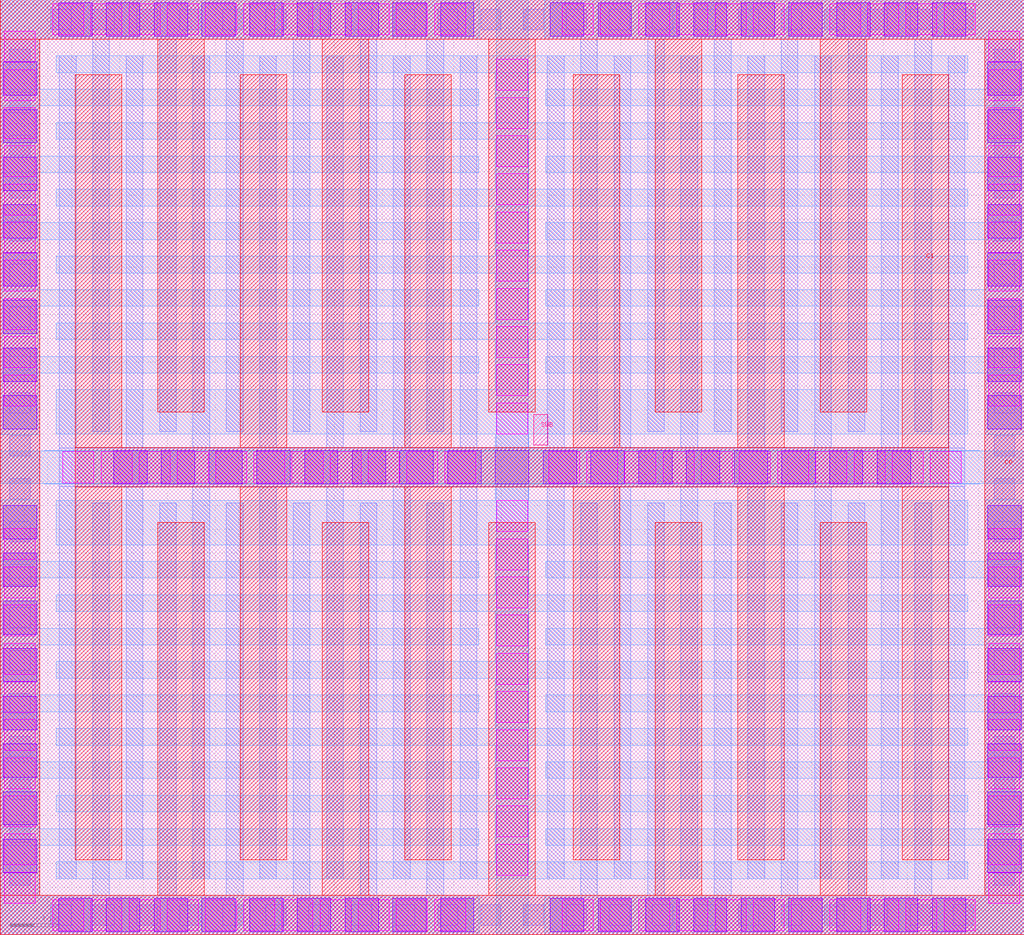
<source format=lef>
# Copyright 2020 The SkyWater PDK Authors
#
# Licensed under the Apache License, Version 2.0 (the "License");
# you may not use this file except in compliance with the License.
# You may obtain a copy of the License at
#
#     https://www.apache.org/licenses/LICENSE-2.0
#
# Unless required by applicable law or agreed to in writing, software
# distributed under the License is distributed on an "AS IS" BASIS,
# WITHOUT WARRANTIES OR CONDITIONS OF ANY KIND, either express or implied.
# See the License for the specific language governing permissions and
# limitations under the License.
#
# SPDX-License-Identifier: Apache-2.0

VERSION 5.7 ;
  NOWIREEXTENSIONATPIN ON ;
  DIVIDERCHAR "/" ;
  BUSBITCHARS "[]" ;
MACRO sky130_fd_pr__cap_vpp_08p6x07p8_m1m2m3_shieldl1
  CLASS BLOCK ;
  FOREIGN sky130_fd_pr__cap_vpp_08p6x07p8_m1m2m3_shieldl1 ;
  ORIGIN  0.000000  0.000000 ;
  SIZE  8.580000 BY  7.840000 ;
  PIN C0
    PORT
      LAYER met3 ;
        RECT 0.000000 0.000000 8.580000 0.330000 ;
        RECT 0.000000 0.330000 0.330000 7.510000 ;
        RECT 0.000000 7.510000 8.580000 7.840000 ;
        RECT 1.320000 0.330000 1.710000 3.455000 ;
        RECT 1.320000 4.385000 1.710000 7.510000 ;
        RECT 2.700000 0.330000 3.090000 3.455000 ;
        RECT 2.700000 4.385000 3.090000 7.510000 ;
        RECT 4.095000 0.330000 4.485000 3.455000 ;
        RECT 4.095000 4.385000 4.485000 7.510000 ;
        RECT 5.490000 0.330000 5.880000 3.455000 ;
        RECT 5.490000 4.385000 5.880000 7.510000 ;
        RECT 6.870000 0.330000 7.260000 3.455000 ;
        RECT 6.870000 4.385000 7.260000 7.510000 ;
        RECT 8.250000 0.330000 8.580000 7.510000 ;
    END
  END C0
  PIN C1
    PORT
      LAYER met3 ;
        RECT 0.630000 0.630000 1.020000 3.755000 ;
        RECT 0.630000 3.755000 7.950000 4.085000 ;
        RECT 0.630000 4.085000 1.020000 7.210000 ;
        RECT 2.010000 0.630000 2.400000 3.755000 ;
        RECT 2.010000 4.085000 2.400000 7.210000 ;
        RECT 3.390000 0.630000 3.780000 3.755000 ;
        RECT 3.390000 4.085000 3.780000 7.210000 ;
        RECT 4.800000 0.630000 5.190000 3.755000 ;
        RECT 4.800000 4.085000 5.190000 7.210000 ;
        RECT 6.180000 0.630000 6.570000 3.755000 ;
        RECT 6.180000 4.085000 6.570000 7.210000 ;
        RECT 7.560000 0.630000 7.950000 3.755000 ;
        RECT 7.560000 4.085000 7.950000 7.210000 ;
    END
  END C1
  PIN SUB
    PORT
      LAYER pwell ;
        RECT 4.470000 4.105000 4.590000 4.360000 ;
    END
  END SUB
  OBS
    LAYER li1 ;
      RECT 0.000000 0.000000 8.580000 7.840000 ;
    LAYER mcon ;
      RECT 0.080000 0.415000 0.250000 0.585000 ;
      RECT 0.080000 0.775000 0.250000 0.945000 ;
      RECT 0.080000 1.135000 0.250000 1.305000 ;
      RECT 0.080000 1.495000 0.250000 1.665000 ;
      RECT 0.080000 1.855000 0.250000 2.025000 ;
      RECT 0.080000 2.215000 0.250000 2.385000 ;
      RECT 0.080000 2.575000 0.250000 2.745000 ;
      RECT 0.080000 2.935000 0.250000 3.105000 ;
      RECT 0.080000 3.295000 0.250000 3.465000 ;
      RECT 0.080000 3.655000 0.250000 3.825000 ;
      RECT 0.080000 4.015000 0.250000 4.185000 ;
      RECT 0.080000 4.375000 0.250000 4.545000 ;
      RECT 0.080000 4.735000 0.250000 4.905000 ;
      RECT 0.080000 5.095000 0.250000 5.265000 ;
      RECT 0.080000 5.455000 0.250000 5.625000 ;
      RECT 0.080000 5.815000 0.250000 5.985000 ;
      RECT 0.080000 6.175000 0.250000 6.345000 ;
      RECT 0.080000 6.535000 0.250000 6.705000 ;
      RECT 0.080000 6.895000 0.250000 7.065000 ;
      RECT 0.080000 7.255000 0.250000 7.425000 ;
      RECT 0.425000 0.080000 0.595000 0.250000 ;
      RECT 0.425000 7.590000 0.595000 7.760000 ;
      RECT 0.785000 0.080000 0.955000 0.250000 ;
      RECT 0.785000 7.590000 0.955000 7.760000 ;
      RECT 1.145000 0.080000 1.315000 0.250000 ;
      RECT 1.145000 7.590000 1.315000 7.760000 ;
      RECT 1.505000 0.080000 1.675000 0.250000 ;
      RECT 1.505000 7.590000 1.675000 7.760000 ;
      RECT 1.865000 0.080000 2.035000 0.250000 ;
      RECT 1.865000 7.590000 2.035000 7.760000 ;
      RECT 2.225000 0.080000 2.395000 0.250000 ;
      RECT 2.225000 7.590000 2.395000 7.760000 ;
      RECT 2.585000 0.080000 2.755000 0.250000 ;
      RECT 2.585000 7.590000 2.755000 7.760000 ;
      RECT 2.945000 0.080000 3.115000 0.250000 ;
      RECT 2.945000 7.590000 3.115000 7.760000 ;
      RECT 3.305000 0.080000 3.475000 0.250000 ;
      RECT 3.305000 7.590000 3.475000 7.760000 ;
      RECT 3.665000 0.080000 3.835000 0.250000 ;
      RECT 3.665000 7.590000 3.835000 7.760000 ;
      RECT 4.025000 0.080000 4.195000 0.250000 ;
      RECT 4.025000 7.590000 4.195000 7.760000 ;
      RECT 4.385000 0.080000 4.555000 0.250000 ;
      RECT 4.385000 7.590000 4.555000 7.760000 ;
      RECT 4.745000 0.080000 4.915000 0.250000 ;
      RECT 4.745000 7.590000 4.915000 7.760000 ;
      RECT 5.105000 0.080000 5.275000 0.250000 ;
      RECT 5.105000 7.590000 5.275000 7.760000 ;
      RECT 5.465000 0.080000 5.635000 0.250000 ;
      RECT 5.465000 7.590000 5.635000 7.760000 ;
      RECT 5.825000 0.080000 5.995000 0.250000 ;
      RECT 5.825000 7.590000 5.995000 7.760000 ;
      RECT 6.185000 0.080000 6.355000 0.250000 ;
      RECT 6.185000 7.590000 6.355000 7.760000 ;
      RECT 6.545000 0.080000 6.715000 0.250000 ;
      RECT 6.545000 7.590000 6.715000 7.760000 ;
      RECT 6.905000 0.080000 7.075000 0.250000 ;
      RECT 6.905000 7.590000 7.075000 7.760000 ;
      RECT 7.265000 0.080000 7.435000 0.250000 ;
      RECT 7.265000 7.590000 7.435000 7.760000 ;
      RECT 7.625000 0.080000 7.795000 0.250000 ;
      RECT 7.625000 7.590000 7.795000 7.760000 ;
      RECT 7.985000 0.080000 8.155000 0.250000 ;
      RECT 7.985000 7.590000 8.155000 7.760000 ;
      RECT 8.330000 0.415000 8.500000 0.585000 ;
      RECT 8.330000 0.775000 8.500000 0.945000 ;
      RECT 8.330000 1.135000 8.500000 1.305000 ;
      RECT 8.330000 1.495000 8.500000 1.665000 ;
      RECT 8.330000 1.855000 8.500000 2.025000 ;
      RECT 8.330000 2.215000 8.500000 2.385000 ;
      RECT 8.330000 2.575000 8.500000 2.745000 ;
      RECT 8.330000 2.935000 8.500000 3.105000 ;
      RECT 8.330000 3.295000 8.500000 3.465000 ;
      RECT 8.330000 3.655000 8.500000 3.825000 ;
      RECT 8.330000 4.015000 8.500000 4.185000 ;
      RECT 8.330000 4.375000 8.500000 4.545000 ;
      RECT 8.330000 4.735000 8.500000 4.905000 ;
      RECT 8.330000 5.095000 8.500000 5.265000 ;
      RECT 8.330000 5.455000 8.500000 5.625000 ;
      RECT 8.330000 5.815000 8.500000 5.985000 ;
      RECT 8.330000 6.175000 8.500000 6.345000 ;
      RECT 8.330000 6.535000 8.500000 6.705000 ;
      RECT 8.330000 6.895000 8.500000 7.065000 ;
      RECT 8.330000 7.255000 8.500000 7.425000 ;
    LAYER met1 ;
      RECT 0.000000 0.000000 8.580000 0.330000 ;
      RECT 0.000000 0.330000 0.330000 7.510000 ;
      RECT 0.000000 7.510000 8.580000 7.840000 ;
      RECT 0.495000 0.470000 0.635000 3.760000 ;
      RECT 0.495000 3.760000 8.085000 4.080000 ;
      RECT 0.495000 4.080000 0.635000 7.370000 ;
      RECT 0.775000 0.330000 0.915000 3.620000 ;
      RECT 0.775000 4.220000 0.915000 7.510000 ;
      RECT 1.055000 0.470000 1.195000 3.760000 ;
      RECT 1.055000 4.080000 1.195000 7.370000 ;
      RECT 1.335000 0.330000 1.475000 3.620000 ;
      RECT 1.335000 4.220000 1.475000 7.510000 ;
      RECT 1.615000 0.470000 1.755000 3.760000 ;
      RECT 1.615000 4.080000 1.755000 7.370000 ;
      RECT 1.895000 0.330000 2.035000 3.620000 ;
      RECT 1.895000 4.220000 2.035000 7.510000 ;
      RECT 2.175000 0.470000 2.315000 3.760000 ;
      RECT 2.175000 4.080000 2.315000 7.370000 ;
      RECT 2.455000 0.330000 2.595000 3.620000 ;
      RECT 2.455000 4.220000 2.595000 7.510000 ;
      RECT 2.735000 0.470000 2.875000 3.760000 ;
      RECT 2.735000 4.080000 2.875000 7.370000 ;
      RECT 3.015000 0.330000 3.155000 3.620000 ;
      RECT 3.015000 4.220000 3.155000 7.510000 ;
      RECT 3.295000 0.470000 3.435000 3.760000 ;
      RECT 3.295000 4.080000 3.435000 7.370000 ;
      RECT 3.575000 0.330000 3.715000 3.620000 ;
      RECT 3.575000 4.220000 3.715000 7.510000 ;
      RECT 3.855000 0.470000 3.995000 3.760000 ;
      RECT 3.855000 4.080000 3.995000 7.370000 ;
      RECT 4.155000 0.470000 4.425000 3.760000 ;
      RECT 4.155000 4.080000 4.425000 7.370000 ;
      RECT 4.585000 0.470000 4.725000 3.760000 ;
      RECT 4.585000 4.080000 4.725000 7.370000 ;
      RECT 4.865000 0.330000 5.005000 3.620000 ;
      RECT 4.865000 4.220000 5.005000 7.510000 ;
      RECT 5.145000 0.470000 5.285000 3.760000 ;
      RECT 5.145000 4.080000 5.285000 7.370000 ;
      RECT 5.425000 0.330000 5.565000 3.620000 ;
      RECT 5.425000 4.220000 5.565000 7.510000 ;
      RECT 5.705000 0.470000 5.845000 3.760000 ;
      RECT 5.705000 4.080000 5.845000 7.370000 ;
      RECT 5.985000 0.330000 6.125000 3.620000 ;
      RECT 5.985000 4.220000 6.125000 7.510000 ;
      RECT 6.265000 0.470000 6.405000 3.760000 ;
      RECT 6.265000 4.080000 6.405000 7.370000 ;
      RECT 6.545000 0.330000 6.685000 3.620000 ;
      RECT 6.545000 4.220000 6.685000 7.510000 ;
      RECT 6.825000 0.470000 6.965000 3.760000 ;
      RECT 6.825000 4.080000 6.965000 7.370000 ;
      RECT 7.105000 0.330000 7.245000 3.620000 ;
      RECT 7.105000 4.220000 7.245000 7.510000 ;
      RECT 7.385000 0.470000 7.525000 3.760000 ;
      RECT 7.385000 4.080000 7.525000 7.370000 ;
      RECT 7.665000 0.330000 7.805000 3.620000 ;
      RECT 7.665000 4.220000 7.805000 7.510000 ;
      RECT 7.945000 0.470000 8.085000 3.760000 ;
      RECT 7.945000 4.080000 8.085000 7.370000 ;
      RECT 8.250000 0.330000 8.580000 7.510000 ;
    LAYER met2 ;
      RECT 0.000000 0.000000 4.015000 0.330000 ;
      RECT 0.000000 0.330000 0.330000 0.750000 ;
      RECT 0.000000 0.750000 4.010000 0.890000 ;
      RECT 0.000000 0.890000 0.330000 1.310000 ;
      RECT 0.000000 1.310000 4.010000 1.450000 ;
      RECT 0.000000 1.450000 0.330000 1.870000 ;
      RECT 0.000000 1.870000 4.010000 2.010000 ;
      RECT 0.000000 2.010000 0.330000 2.430000 ;
      RECT 0.000000 2.430000 4.010000 2.570000 ;
      RECT 0.000000 2.570000 0.330000 2.990000 ;
      RECT 0.000000 2.990000 4.010000 3.130000 ;
      RECT 0.000000 3.130000 0.330000 3.645000 ;
      RECT 0.000000 3.785000 8.580000 4.055000 ;
      RECT 0.000000 4.195000 0.330000 4.710000 ;
      RECT 0.000000 4.710000 4.010000 4.850000 ;
      RECT 0.000000 4.850000 0.330000 5.270000 ;
      RECT 0.000000 5.270000 4.010000 5.410000 ;
      RECT 0.000000 5.410000 0.330000 5.830000 ;
      RECT 0.000000 5.830000 4.010000 5.970000 ;
      RECT 0.000000 5.970000 0.330000 6.390000 ;
      RECT 0.000000 6.390000 4.010000 6.530000 ;
      RECT 0.000000 6.530000 0.330000 6.950000 ;
      RECT 0.000000 6.950000 4.010000 7.090000 ;
      RECT 0.000000 7.090000 0.330000 7.510000 ;
      RECT 0.000000 7.510000 4.015000 7.840000 ;
      RECT 0.370000 3.780000 8.210000 3.785000 ;
      RECT 0.370000 4.055000 8.210000 4.060000 ;
      RECT 0.470000 0.470000 8.110000 0.610000 ;
      RECT 0.470000 1.030000 8.110000 1.170000 ;
      RECT 0.470000 1.590000 8.110000 1.730000 ;
      RECT 0.470000 2.150000 8.110000 2.290000 ;
      RECT 0.470000 2.710000 8.110000 2.850000 ;
      RECT 0.470000 3.270000 8.110000 3.640000 ;
      RECT 0.470000 4.200000 8.110000 4.570000 ;
      RECT 0.470000 4.990000 8.110000 5.130000 ;
      RECT 0.470000 5.550000 8.110000 5.690000 ;
      RECT 0.470000 6.110000 8.110000 6.250000 ;
      RECT 0.470000 6.670000 8.110000 6.810000 ;
      RECT 0.470000 7.230000 8.110000 7.370000 ;
      RECT 4.150000 0.610000 4.430000 1.030000 ;
      RECT 4.150000 1.170000 4.430000 1.590000 ;
      RECT 4.150000 1.730000 4.430000 2.150000 ;
      RECT 4.150000 2.290000 4.430000 2.710000 ;
      RECT 4.150000 2.850000 4.430000 3.270000 ;
      RECT 4.150000 3.640000 4.430000 3.780000 ;
      RECT 4.150000 4.060000 4.430000 4.200000 ;
      RECT 4.150000 4.570000 4.430000 4.990000 ;
      RECT 4.150000 5.130000 4.430000 5.550000 ;
      RECT 4.150000 5.690000 4.430000 6.110000 ;
      RECT 4.150000 6.250000 4.430000 6.670000 ;
      RECT 4.150000 6.810000 4.430000 7.230000 ;
      RECT 4.155000 0.000000 4.425000 0.470000 ;
      RECT 4.155000 7.370000 4.425000 7.840000 ;
      RECT 4.565000 0.000000 8.580000 0.330000 ;
      RECT 4.565000 7.510000 8.580000 7.840000 ;
      RECT 4.570000 0.750000 8.580000 0.890000 ;
      RECT 4.570000 1.310000 8.580000 1.450000 ;
      RECT 4.570000 1.870000 8.580000 2.010000 ;
      RECT 4.570000 2.430000 8.580000 2.570000 ;
      RECT 4.570000 2.990000 8.580000 3.130000 ;
      RECT 4.570000 4.710000 8.580000 4.850000 ;
      RECT 4.570000 5.270000 8.580000 5.410000 ;
      RECT 4.570000 5.830000 8.580000 5.970000 ;
      RECT 4.570000 6.390000 8.580000 6.530000 ;
      RECT 4.570000 6.950000 8.580000 7.090000 ;
      RECT 8.250000 0.330000 8.580000 0.750000 ;
      RECT 8.250000 0.890000 8.580000 1.310000 ;
      RECT 8.250000 1.450000 8.580000 1.870000 ;
      RECT 8.250000 2.010000 8.580000 2.430000 ;
      RECT 8.250000 2.570000 8.580000 2.990000 ;
      RECT 8.250000 3.130000 8.580000 3.645000 ;
      RECT 8.250000 4.195000 8.580000 4.710000 ;
      RECT 8.250000 4.850000 8.580000 5.270000 ;
      RECT 8.250000 5.410000 8.580000 5.830000 ;
      RECT 8.250000 5.970000 8.580000 6.390000 ;
      RECT 8.250000 6.530000 8.580000 6.950000 ;
      RECT 8.250000 7.090000 8.580000 7.510000 ;
    LAYER via ;
      RECT 0.035000 0.265000 0.295000 0.525000 ;
      RECT 0.035000 0.585000 0.295000 0.845000 ;
      RECT 0.035000 0.905000 0.295000 1.165000 ;
      RECT 0.035000 1.225000 0.295000 1.485000 ;
      RECT 0.035000 1.545000 0.295000 1.805000 ;
      RECT 0.035000 1.865000 0.295000 2.125000 ;
      RECT 0.035000 2.185000 0.295000 2.445000 ;
      RECT 0.035000 2.505000 0.295000 2.765000 ;
      RECT 0.035000 2.825000 0.295000 3.085000 ;
      RECT 0.035000 3.145000 0.295000 3.405000 ;
      RECT 0.035000 4.435000 0.295000 4.695000 ;
      RECT 0.035000 4.755000 0.295000 5.015000 ;
      RECT 0.035000 5.075000 0.295000 5.335000 ;
      RECT 0.035000 5.395000 0.295000 5.655000 ;
      RECT 0.035000 5.715000 0.295000 5.975000 ;
      RECT 0.035000 6.035000 0.295000 6.295000 ;
      RECT 0.035000 6.355000 0.295000 6.615000 ;
      RECT 0.035000 6.675000 0.295000 6.935000 ;
      RECT 0.035000 6.995000 0.295000 7.255000 ;
      RECT 0.035000 7.315000 0.295000 7.575000 ;
      RECT 0.440000 0.035000 0.700000 0.295000 ;
      RECT 0.440000 7.545000 0.700000 7.805000 ;
      RECT 0.525000 3.790000 0.785000 4.050000 ;
      RECT 0.760000 0.035000 1.020000 0.295000 ;
      RECT 0.760000 7.545000 1.020000 7.805000 ;
      RECT 0.845000 3.790000 1.105000 4.050000 ;
      RECT 1.080000 0.035000 1.340000 0.295000 ;
      RECT 1.080000 7.545000 1.340000 7.805000 ;
      RECT 1.165000 3.790000 1.425000 4.050000 ;
      RECT 1.400000 0.035000 1.660000 0.295000 ;
      RECT 1.400000 7.545000 1.660000 7.805000 ;
      RECT 1.485000 3.790000 1.745000 4.050000 ;
      RECT 1.720000 0.035000 1.980000 0.295000 ;
      RECT 1.720000 7.545000 1.980000 7.805000 ;
      RECT 1.805000 3.790000 2.065000 4.050000 ;
      RECT 2.040000 0.035000 2.300000 0.295000 ;
      RECT 2.040000 7.545000 2.300000 7.805000 ;
      RECT 2.125000 3.790000 2.385000 4.050000 ;
      RECT 2.360000 0.035000 2.620000 0.295000 ;
      RECT 2.360000 7.545000 2.620000 7.805000 ;
      RECT 2.445000 3.790000 2.705000 4.050000 ;
      RECT 2.680000 0.035000 2.940000 0.295000 ;
      RECT 2.680000 7.545000 2.940000 7.805000 ;
      RECT 2.765000 3.790000 3.025000 4.050000 ;
      RECT 3.000000 0.035000 3.260000 0.295000 ;
      RECT 3.000000 7.545000 3.260000 7.805000 ;
      RECT 3.085000 3.790000 3.345000 4.050000 ;
      RECT 3.320000 0.035000 3.580000 0.295000 ;
      RECT 3.320000 7.545000 3.580000 7.805000 ;
      RECT 3.405000 3.790000 3.665000 4.050000 ;
      RECT 3.640000 0.035000 3.900000 0.295000 ;
      RECT 3.640000 7.545000 3.900000 7.805000 ;
      RECT 3.725000 3.790000 3.985000 4.050000 ;
      RECT 4.160000 0.500000 4.420000 0.760000 ;
      RECT 4.160000 0.820000 4.420000 1.080000 ;
      RECT 4.160000 1.140000 4.420000 1.400000 ;
      RECT 4.160000 1.460000 4.420000 1.720000 ;
      RECT 4.160000 1.780000 4.420000 2.040000 ;
      RECT 4.160000 2.100000 4.420000 2.360000 ;
      RECT 4.160000 2.420000 4.420000 2.680000 ;
      RECT 4.160000 2.740000 4.420000 3.000000 ;
      RECT 4.160000 3.060000 4.420000 3.320000 ;
      RECT 4.160000 3.380000 4.420000 3.640000 ;
      RECT 4.160000 4.200000 4.420000 4.460000 ;
      RECT 4.160000 4.520000 4.420000 4.780000 ;
      RECT 4.160000 4.840000 4.420000 5.100000 ;
      RECT 4.160000 5.160000 4.420000 5.420000 ;
      RECT 4.160000 5.480000 4.420000 5.740000 ;
      RECT 4.160000 5.800000 4.420000 6.060000 ;
      RECT 4.160000 6.120000 4.420000 6.380000 ;
      RECT 4.160000 6.440000 4.420000 6.700000 ;
      RECT 4.160000 6.760000 4.420000 7.020000 ;
      RECT 4.160000 7.080000 4.420000 7.340000 ;
      RECT 4.595000 3.790000 4.855000 4.050000 ;
      RECT 4.710000 0.035000 4.970000 0.295000 ;
      RECT 4.710000 7.545000 4.970000 7.805000 ;
      RECT 4.915000 3.790000 5.175000 4.050000 ;
      RECT 5.030000 0.035000 5.290000 0.295000 ;
      RECT 5.030000 7.545000 5.290000 7.805000 ;
      RECT 5.235000 3.790000 5.495000 4.050000 ;
      RECT 5.350000 0.035000 5.610000 0.295000 ;
      RECT 5.350000 7.545000 5.610000 7.805000 ;
      RECT 5.555000 3.790000 5.815000 4.050000 ;
      RECT 5.670000 0.035000 5.930000 0.295000 ;
      RECT 5.670000 7.545000 5.930000 7.805000 ;
      RECT 5.875000 3.790000 6.135000 4.050000 ;
      RECT 5.990000 0.035000 6.250000 0.295000 ;
      RECT 5.990000 7.545000 6.250000 7.805000 ;
      RECT 6.195000 3.790000 6.455000 4.050000 ;
      RECT 6.310000 0.035000 6.570000 0.295000 ;
      RECT 6.310000 7.545000 6.570000 7.805000 ;
      RECT 6.515000 3.790000 6.775000 4.050000 ;
      RECT 6.630000 0.035000 6.890000 0.295000 ;
      RECT 6.630000 7.545000 6.890000 7.805000 ;
      RECT 6.835000 3.790000 7.095000 4.050000 ;
      RECT 6.950000 0.035000 7.210000 0.295000 ;
      RECT 6.950000 7.545000 7.210000 7.805000 ;
      RECT 7.155000 3.790000 7.415000 4.050000 ;
      RECT 7.270000 0.035000 7.530000 0.295000 ;
      RECT 7.270000 7.545000 7.530000 7.805000 ;
      RECT 7.475000 3.790000 7.735000 4.050000 ;
      RECT 7.590000 0.035000 7.850000 0.295000 ;
      RECT 7.590000 7.545000 7.850000 7.805000 ;
      RECT 7.795000 3.790000 8.055000 4.050000 ;
      RECT 7.910000 0.035000 8.170000 0.295000 ;
      RECT 7.910000 7.545000 8.170000 7.805000 ;
      RECT 8.285000 0.265000 8.545000 0.525000 ;
      RECT 8.285000 0.585000 8.545000 0.845000 ;
      RECT 8.285000 0.905000 8.545000 1.165000 ;
      RECT 8.285000 1.225000 8.545000 1.485000 ;
      RECT 8.285000 1.545000 8.545000 1.805000 ;
      RECT 8.285000 1.865000 8.545000 2.125000 ;
      RECT 8.285000 2.185000 8.545000 2.445000 ;
      RECT 8.285000 2.505000 8.545000 2.765000 ;
      RECT 8.285000 2.825000 8.545000 3.085000 ;
      RECT 8.285000 3.145000 8.545000 3.405000 ;
      RECT 8.285000 4.435000 8.545000 4.695000 ;
      RECT 8.285000 4.755000 8.545000 5.015000 ;
      RECT 8.285000 5.075000 8.545000 5.335000 ;
      RECT 8.285000 5.395000 8.545000 5.655000 ;
      RECT 8.285000 5.715000 8.545000 5.975000 ;
      RECT 8.285000 6.035000 8.545000 6.295000 ;
      RECT 8.285000 6.355000 8.545000 6.615000 ;
      RECT 8.285000 6.675000 8.545000 6.935000 ;
      RECT 8.285000 6.995000 8.545000 7.255000 ;
      RECT 8.285000 7.315000 8.545000 7.575000 ;
    LAYER via2 ;
      RECT 0.025000 0.520000 0.305000 0.800000 ;
      RECT 0.025000 0.920000 0.305000 1.200000 ;
      RECT 0.025000 1.320000 0.305000 1.600000 ;
      RECT 0.025000 1.720000 0.305000 2.000000 ;
      RECT 0.025000 2.120000 0.305000 2.400000 ;
      RECT 0.025000 2.520000 0.305000 2.800000 ;
      RECT 0.025000 2.920000 0.305000 3.200000 ;
      RECT 0.025000 3.320000 0.305000 3.600000 ;
      RECT 0.025000 4.240000 0.305000 4.520000 ;
      RECT 0.025000 4.640000 0.305000 4.920000 ;
      RECT 0.025000 5.040000 0.305000 5.320000 ;
      RECT 0.025000 5.440000 0.305000 5.720000 ;
      RECT 0.025000 5.840000 0.305000 6.120000 ;
      RECT 0.025000 6.240000 0.305000 6.520000 ;
      RECT 0.025000 6.640000 0.305000 6.920000 ;
      RECT 0.025000 7.040000 0.305000 7.320000 ;
      RECT 0.490000 0.025000 0.770000 0.305000 ;
      RECT 0.490000 7.535000 0.770000 7.815000 ;
      RECT 0.890000 0.025000 1.170000 0.305000 ;
      RECT 0.890000 7.535000 1.170000 7.815000 ;
      RECT 0.950000 3.780000 1.230000 4.060000 ;
      RECT 1.290000 0.025000 1.570000 0.305000 ;
      RECT 1.290000 7.535000 1.570000 7.815000 ;
      RECT 1.350000 3.780000 1.630000 4.060000 ;
      RECT 1.690000 0.025000 1.970000 0.305000 ;
      RECT 1.690000 7.535000 1.970000 7.815000 ;
      RECT 1.750000 3.780000 2.030000 4.060000 ;
      RECT 2.090000 0.025000 2.370000 0.305000 ;
      RECT 2.090000 7.535000 2.370000 7.815000 ;
      RECT 2.150000 3.780000 2.430000 4.060000 ;
      RECT 2.490000 0.025000 2.770000 0.305000 ;
      RECT 2.490000 7.535000 2.770000 7.815000 ;
      RECT 2.550000 3.780000 2.830000 4.060000 ;
      RECT 2.890000 0.025000 3.170000 0.305000 ;
      RECT 2.890000 7.535000 3.170000 7.815000 ;
      RECT 2.950000 3.780000 3.230000 4.060000 ;
      RECT 3.290000 0.025000 3.570000 0.305000 ;
      RECT 3.290000 7.535000 3.570000 7.815000 ;
      RECT 3.350000 3.780000 3.630000 4.060000 ;
      RECT 3.690000 0.025000 3.970000 0.305000 ;
      RECT 3.690000 7.535000 3.970000 7.815000 ;
      RECT 3.750000 3.780000 4.030000 4.060000 ;
      RECT 4.150000 3.780000 4.430000 4.060000 ;
      RECT 4.550000 3.780000 4.830000 4.060000 ;
      RECT 4.610000 0.025000 4.890000 0.305000 ;
      RECT 4.610000 7.535000 4.890000 7.815000 ;
      RECT 4.950000 3.780000 5.230000 4.060000 ;
      RECT 5.010000 0.025000 5.290000 0.305000 ;
      RECT 5.010000 7.535000 5.290000 7.815000 ;
      RECT 5.350000 3.780000 5.630000 4.060000 ;
      RECT 5.410000 0.025000 5.690000 0.305000 ;
      RECT 5.410000 7.535000 5.690000 7.815000 ;
      RECT 5.750000 3.780000 6.030000 4.060000 ;
      RECT 5.810000 0.025000 6.090000 0.305000 ;
      RECT 5.810000 7.535000 6.090000 7.815000 ;
      RECT 6.150000 3.780000 6.430000 4.060000 ;
      RECT 6.210000 0.025000 6.490000 0.305000 ;
      RECT 6.210000 7.535000 6.490000 7.815000 ;
      RECT 6.550000 3.780000 6.830000 4.060000 ;
      RECT 6.610000 0.025000 6.890000 0.305000 ;
      RECT 6.610000 7.535000 6.890000 7.815000 ;
      RECT 6.950000 3.780000 7.230000 4.060000 ;
      RECT 7.010000 0.025000 7.290000 0.305000 ;
      RECT 7.010000 7.535000 7.290000 7.815000 ;
      RECT 7.350000 3.780000 7.630000 4.060000 ;
      RECT 7.410000 0.025000 7.690000 0.305000 ;
      RECT 7.410000 7.535000 7.690000 7.815000 ;
      RECT 7.810000 0.025000 8.090000 0.305000 ;
      RECT 7.810000 7.535000 8.090000 7.815000 ;
      RECT 8.275000 0.520000 8.555000 0.800000 ;
      RECT 8.275000 0.920000 8.555000 1.200000 ;
      RECT 8.275000 1.320000 8.555000 1.600000 ;
      RECT 8.275000 1.720000 8.555000 2.000000 ;
      RECT 8.275000 2.120000 8.555000 2.400000 ;
      RECT 8.275000 2.520000 8.555000 2.800000 ;
      RECT 8.275000 2.920000 8.555000 3.200000 ;
      RECT 8.275000 3.320000 8.555000 3.600000 ;
      RECT 8.275000 4.240000 8.555000 4.520000 ;
      RECT 8.275000 4.640000 8.555000 4.920000 ;
      RECT 8.275000 5.040000 8.555000 5.320000 ;
      RECT 8.275000 5.440000 8.555000 5.720000 ;
      RECT 8.275000 5.840000 8.555000 6.120000 ;
      RECT 8.275000 6.240000 8.555000 6.520000 ;
      RECT 8.275000 6.640000 8.555000 6.920000 ;
      RECT 8.275000 7.040000 8.555000 7.320000 ;
  END
END sky130_fd_pr__cap_vpp_08p6x07p8_m1m2m3_shieldl1
END LIBRARY

</source>
